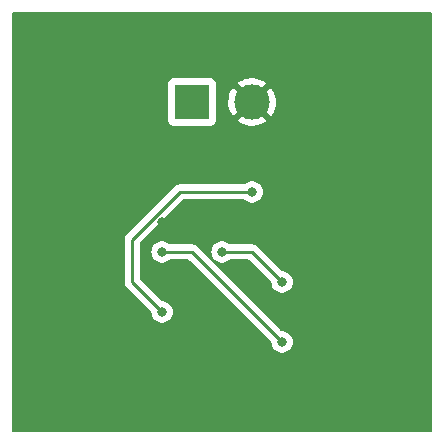
<source format=gbr>
%TF.GenerationSoftware,KiCad,Pcbnew,(6.0.10-0)*%
%TF.CreationDate,2023-02-17T15:36:54-08:00*%
%TF.ProjectId,555timer,35353574-696d-4657-922e-6b696361645f,rev?*%
%TF.SameCoordinates,Original*%
%TF.FileFunction,Copper,L2,Bot*%
%TF.FilePolarity,Positive*%
%FSLAX46Y46*%
G04 Gerber Fmt 4.6, Leading zero omitted, Abs format (unit mm)*
G04 Created by KiCad (PCBNEW (6.0.10-0)) date 2023-02-17 15:36:54*
%MOMM*%
%LPD*%
G01*
G04 APERTURE LIST*
%TA.AperFunction,ComponentPad*%
%ADD10R,3.000000X3.000000*%
%TD*%
%TA.AperFunction,ComponentPad*%
%ADD11C,3.000000*%
%TD*%
%TA.AperFunction,ViaPad*%
%ADD12C,0.800000*%
%TD*%
%TA.AperFunction,Conductor*%
%ADD13C,0.250000*%
%TD*%
G04 APERTURE END LIST*
D10*
%TO.P,J1,1,Pin_1*%
%TO.N,+9V*%
X134620000Y-76200000D03*
D11*
%TO.P,J1,2,Pin_2*%
%TO.N,GND*%
X139700000Y-76200000D03*
%TD*%
D12*
%TO.N,/pin_2*%
X139700000Y-83820000D03*
X132080000Y-93980000D03*
%TO.N,GND*%
X132080000Y-86360000D03*
X139700000Y-86360000D03*
%TO.N,+9V*%
X142240000Y-96520000D03*
X132080000Y-88900000D03*
%TO.N,/pin_3*%
X142240000Y-91440000D03*
X137160000Y-88900000D03*
%TD*%
D13*
%TO.N,/pin_2*%
X133594695Y-83820000D02*
X129540000Y-87874695D01*
X139700000Y-83820000D02*
X133594695Y-83820000D01*
X129540000Y-87874695D02*
X129540000Y-91440000D01*
X129540000Y-91440000D02*
X132080000Y-93980000D01*
%TO.N,GND*%
X132080000Y-86360000D02*
X139700000Y-86360000D01*
%TO.N,+9V*%
X142240000Y-96520000D02*
X134620000Y-88900000D01*
X134620000Y-88900000D02*
X132080000Y-88900000D01*
%TO.N,/pin_3*%
X139700000Y-88900000D02*
X137160000Y-88900000D01*
X142240000Y-91440000D02*
X139700000Y-88900000D01*
%TD*%
%TA.AperFunction,Conductor*%
%TO.N,GND*%
G36*
X154882121Y-68600002D02*
G01*
X154928614Y-68653658D01*
X154940000Y-68706000D01*
X154940000Y-104014000D01*
X154919998Y-104082121D01*
X154866342Y-104128614D01*
X154814000Y-104140000D01*
X119506000Y-104140000D01*
X119437879Y-104119998D01*
X119391386Y-104066342D01*
X119380000Y-104014000D01*
X119380000Y-87854638D01*
X128901780Y-87854638D01*
X128902526Y-87862530D01*
X128905941Y-87898656D01*
X128906500Y-87910514D01*
X128906500Y-91361233D01*
X128905973Y-91372416D01*
X128904298Y-91379909D01*
X128904547Y-91387835D01*
X128904547Y-91387836D01*
X128906438Y-91447986D01*
X128906500Y-91451945D01*
X128906500Y-91479856D01*
X128906997Y-91483790D01*
X128906997Y-91483791D01*
X128907005Y-91483856D01*
X128907938Y-91495693D01*
X128909327Y-91539889D01*
X128914978Y-91559339D01*
X128918987Y-91578700D01*
X128921526Y-91598797D01*
X128924445Y-91606168D01*
X128924445Y-91606170D01*
X128937804Y-91639912D01*
X128941649Y-91651142D01*
X128953982Y-91693593D01*
X128958015Y-91700412D01*
X128958017Y-91700417D01*
X128964293Y-91711028D01*
X128972988Y-91728776D01*
X128980448Y-91747617D01*
X128985110Y-91754033D01*
X128985110Y-91754034D01*
X129006436Y-91783387D01*
X129012952Y-91793307D01*
X129023745Y-91811556D01*
X129035458Y-91831362D01*
X129049779Y-91845683D01*
X129062619Y-91860716D01*
X129074528Y-91877107D01*
X129080634Y-91882158D01*
X129108605Y-91905298D01*
X129117384Y-91913288D01*
X131132878Y-93928782D01*
X131166904Y-93991094D01*
X131169092Y-94004703D01*
X131186458Y-94169928D01*
X131245473Y-94351556D01*
X131340960Y-94516944D01*
X131468747Y-94658866D01*
X131623248Y-94771118D01*
X131629276Y-94773802D01*
X131629278Y-94773803D01*
X131791681Y-94846109D01*
X131797712Y-94848794D01*
X131891113Y-94868647D01*
X131978056Y-94887128D01*
X131978061Y-94887128D01*
X131984513Y-94888500D01*
X132175487Y-94888500D01*
X132181939Y-94887128D01*
X132181944Y-94887128D01*
X132268888Y-94868647D01*
X132362288Y-94848794D01*
X132368319Y-94846109D01*
X132530722Y-94773803D01*
X132530724Y-94773802D01*
X132536752Y-94771118D01*
X132691253Y-94658866D01*
X132819040Y-94516944D01*
X132914527Y-94351556D01*
X132973542Y-94169928D01*
X132993504Y-93980000D01*
X132973542Y-93790072D01*
X132914527Y-93608444D01*
X132819040Y-93443056D01*
X132691253Y-93301134D01*
X132536752Y-93188882D01*
X132530724Y-93186198D01*
X132530722Y-93186197D01*
X132368319Y-93113891D01*
X132368318Y-93113891D01*
X132362288Y-93111206D01*
X132268887Y-93091353D01*
X132181944Y-93072872D01*
X132181939Y-93072872D01*
X132175487Y-93071500D01*
X132119595Y-93071500D01*
X132051474Y-93051498D01*
X132030500Y-93034595D01*
X130210405Y-91214500D01*
X130176379Y-91152188D01*
X130173500Y-91125405D01*
X130173500Y-88900000D01*
X131166496Y-88900000D01*
X131186458Y-89089928D01*
X131245473Y-89271556D01*
X131340960Y-89436944D01*
X131468747Y-89578866D01*
X131623248Y-89691118D01*
X131629276Y-89693802D01*
X131629278Y-89693803D01*
X131791681Y-89766109D01*
X131797712Y-89768794D01*
X131891112Y-89788647D01*
X131978056Y-89807128D01*
X131978061Y-89807128D01*
X131984513Y-89808500D01*
X132175487Y-89808500D01*
X132181939Y-89807128D01*
X132181944Y-89807128D01*
X132268887Y-89788647D01*
X132362288Y-89768794D01*
X132368319Y-89766109D01*
X132530722Y-89693803D01*
X132530724Y-89693802D01*
X132536752Y-89691118D01*
X132691253Y-89578866D01*
X132695668Y-89573963D01*
X132700580Y-89569540D01*
X132701705Y-89570789D01*
X132755014Y-89537949D01*
X132788200Y-89533500D01*
X134305406Y-89533500D01*
X134373527Y-89553502D01*
X134394501Y-89570405D01*
X141292878Y-96468782D01*
X141326904Y-96531094D01*
X141329092Y-96544703D01*
X141346458Y-96709928D01*
X141405473Y-96891556D01*
X141500960Y-97056944D01*
X141628747Y-97198866D01*
X141783248Y-97311118D01*
X141789276Y-97313802D01*
X141789278Y-97313803D01*
X141951681Y-97386109D01*
X141957712Y-97388794D01*
X142051112Y-97408647D01*
X142138056Y-97427128D01*
X142138061Y-97427128D01*
X142144513Y-97428500D01*
X142335487Y-97428500D01*
X142341939Y-97427128D01*
X142341944Y-97427128D01*
X142428888Y-97408647D01*
X142522288Y-97388794D01*
X142528319Y-97386109D01*
X142690722Y-97313803D01*
X142690724Y-97313802D01*
X142696752Y-97311118D01*
X142851253Y-97198866D01*
X142979040Y-97056944D01*
X143074527Y-96891556D01*
X143133542Y-96709928D01*
X143153504Y-96520000D01*
X143133542Y-96330072D01*
X143074527Y-96148444D01*
X142979040Y-95983056D01*
X142851253Y-95841134D01*
X142696752Y-95728882D01*
X142690724Y-95726198D01*
X142690722Y-95726197D01*
X142528319Y-95653891D01*
X142528318Y-95653891D01*
X142522288Y-95651206D01*
X142428888Y-95631353D01*
X142341944Y-95612872D01*
X142341939Y-95612872D01*
X142335487Y-95611500D01*
X142279595Y-95611500D01*
X142211474Y-95591498D01*
X142190500Y-95574595D01*
X136386363Y-89770458D01*
X136375398Y-89750377D01*
X136369494Y-89748765D01*
X136346489Y-89730584D01*
X135515905Y-88900000D01*
X136246496Y-88900000D01*
X136266458Y-89089928D01*
X136325473Y-89271556D01*
X136420960Y-89436944D01*
X136425378Y-89441851D01*
X136425379Y-89441852D01*
X136529220Y-89557179D01*
X136535734Y-89570751D01*
X136535843Y-89570775D01*
X136549519Y-89579427D01*
X136703248Y-89691118D01*
X136709276Y-89693802D01*
X136709278Y-89693803D01*
X136871681Y-89766109D01*
X136877712Y-89768794D01*
X136971112Y-89788647D01*
X137058056Y-89807128D01*
X137058061Y-89807128D01*
X137064513Y-89808500D01*
X137255487Y-89808500D01*
X137261939Y-89807128D01*
X137261944Y-89807128D01*
X137348887Y-89788647D01*
X137442288Y-89768794D01*
X137448319Y-89766109D01*
X137610722Y-89693803D01*
X137610724Y-89693802D01*
X137616752Y-89691118D01*
X137771253Y-89578866D01*
X137775668Y-89573963D01*
X137780580Y-89569540D01*
X137781705Y-89570789D01*
X137835014Y-89537949D01*
X137868200Y-89533500D01*
X139385406Y-89533500D01*
X139453527Y-89553502D01*
X139474501Y-89570405D01*
X141292878Y-91388782D01*
X141326904Y-91451094D01*
X141329092Y-91464703D01*
X141346458Y-91629928D01*
X141405473Y-91811556D01*
X141408776Y-91817278D01*
X141408777Y-91817279D01*
X141425176Y-91845683D01*
X141500960Y-91976944D01*
X141628747Y-92118866D01*
X141783248Y-92231118D01*
X141789276Y-92233802D01*
X141789278Y-92233803D01*
X141951681Y-92306109D01*
X141957712Y-92308794D01*
X142051112Y-92328647D01*
X142138056Y-92347128D01*
X142138061Y-92347128D01*
X142144513Y-92348500D01*
X142335487Y-92348500D01*
X142341939Y-92347128D01*
X142341944Y-92347128D01*
X142428888Y-92328647D01*
X142522288Y-92308794D01*
X142528319Y-92306109D01*
X142690722Y-92233803D01*
X142690724Y-92233802D01*
X142696752Y-92231118D01*
X142851253Y-92118866D01*
X142979040Y-91976944D01*
X143054824Y-91845683D01*
X143071223Y-91817279D01*
X143071224Y-91817278D01*
X143074527Y-91811556D01*
X143133542Y-91629928D01*
X143153504Y-91440000D01*
X143133542Y-91250072D01*
X143074527Y-91068444D01*
X142979040Y-90903056D01*
X142851253Y-90761134D01*
X142696752Y-90648882D01*
X142690724Y-90646198D01*
X142690722Y-90646197D01*
X142528319Y-90573891D01*
X142528318Y-90573891D01*
X142522288Y-90571206D01*
X142428887Y-90551353D01*
X142341944Y-90532872D01*
X142341939Y-90532872D01*
X142335487Y-90531500D01*
X142279595Y-90531500D01*
X142211474Y-90511498D01*
X142190500Y-90494595D01*
X140203652Y-88507747D01*
X140196112Y-88499461D01*
X140192000Y-88492982D01*
X140142348Y-88446356D01*
X140139507Y-88443602D01*
X140119770Y-88423865D01*
X140116573Y-88421385D01*
X140107551Y-88413680D01*
X140081100Y-88388841D01*
X140075321Y-88383414D01*
X140068375Y-88379595D01*
X140068372Y-88379593D01*
X140057566Y-88373652D01*
X140041047Y-88362801D01*
X140035048Y-88358148D01*
X140025041Y-88350386D01*
X140017772Y-88347241D01*
X140017768Y-88347238D01*
X139984463Y-88332826D01*
X139973813Y-88327609D01*
X139935060Y-88306305D01*
X139915437Y-88301267D01*
X139896734Y-88294863D01*
X139885420Y-88289967D01*
X139885419Y-88289967D01*
X139878145Y-88286819D01*
X139870322Y-88285580D01*
X139870312Y-88285577D01*
X139834476Y-88279901D01*
X139822856Y-88277495D01*
X139787711Y-88268472D01*
X139787710Y-88268472D01*
X139780030Y-88266500D01*
X139759776Y-88266500D01*
X139740065Y-88264949D01*
X139727886Y-88263020D01*
X139720057Y-88261780D01*
X139712165Y-88262526D01*
X139676039Y-88265941D01*
X139664181Y-88266500D01*
X137868200Y-88266500D01*
X137800079Y-88246498D01*
X137780853Y-88230157D01*
X137780580Y-88230460D01*
X137775668Y-88226037D01*
X137771253Y-88221134D01*
X137616752Y-88108882D01*
X137610724Y-88106198D01*
X137610722Y-88106197D01*
X137448319Y-88033891D01*
X137448318Y-88033891D01*
X137442288Y-88031206D01*
X137348887Y-88011353D01*
X137261944Y-87992872D01*
X137261939Y-87992872D01*
X137255487Y-87991500D01*
X137064513Y-87991500D01*
X137058061Y-87992872D01*
X137058056Y-87992872D01*
X136971112Y-88011353D01*
X136877712Y-88031206D01*
X136871682Y-88033891D01*
X136871681Y-88033891D01*
X136709278Y-88106197D01*
X136709276Y-88106198D01*
X136703248Y-88108882D01*
X136548747Y-88221134D01*
X136544326Y-88226044D01*
X136544325Y-88226045D01*
X136435203Y-88347238D01*
X136420960Y-88363056D01*
X136325473Y-88528444D01*
X136266458Y-88710072D01*
X136246496Y-88900000D01*
X135515905Y-88900000D01*
X135123652Y-88507747D01*
X135116112Y-88499461D01*
X135112000Y-88492982D01*
X135062348Y-88446356D01*
X135059507Y-88443602D01*
X135039770Y-88423865D01*
X135036573Y-88421385D01*
X135027551Y-88413680D01*
X135001100Y-88388841D01*
X134995321Y-88383414D01*
X134988375Y-88379595D01*
X134988372Y-88379593D01*
X134977566Y-88373652D01*
X134961047Y-88362801D01*
X134955048Y-88358148D01*
X134945041Y-88350386D01*
X134937772Y-88347241D01*
X134937768Y-88347238D01*
X134904463Y-88332826D01*
X134893813Y-88327609D01*
X134855060Y-88306305D01*
X134835437Y-88301267D01*
X134816734Y-88294863D01*
X134805420Y-88289967D01*
X134805419Y-88289967D01*
X134798145Y-88286819D01*
X134790322Y-88285580D01*
X134790312Y-88285577D01*
X134754476Y-88279901D01*
X134742856Y-88277495D01*
X134707711Y-88268472D01*
X134707710Y-88268472D01*
X134700030Y-88266500D01*
X134679776Y-88266500D01*
X134660065Y-88264949D01*
X134647886Y-88263020D01*
X134640057Y-88261780D01*
X134632165Y-88262526D01*
X134596039Y-88265941D01*
X134584181Y-88266500D01*
X132788200Y-88266500D01*
X132720079Y-88246498D01*
X132700853Y-88230157D01*
X132700580Y-88230460D01*
X132695668Y-88226037D01*
X132691253Y-88221134D01*
X132536752Y-88108882D01*
X132530724Y-88106198D01*
X132530722Y-88106197D01*
X132368319Y-88033891D01*
X132368318Y-88033891D01*
X132362288Y-88031206D01*
X132268887Y-88011353D01*
X132181944Y-87992872D01*
X132181939Y-87992872D01*
X132175487Y-87991500D01*
X131984513Y-87991500D01*
X131978061Y-87992872D01*
X131978056Y-87992872D01*
X131891112Y-88011353D01*
X131797712Y-88031206D01*
X131791682Y-88033891D01*
X131791681Y-88033891D01*
X131629278Y-88106197D01*
X131629276Y-88106198D01*
X131623248Y-88108882D01*
X131468747Y-88221134D01*
X131464326Y-88226044D01*
X131464325Y-88226045D01*
X131355203Y-88347238D01*
X131340960Y-88363056D01*
X131245473Y-88528444D01*
X131186458Y-88710072D01*
X131166496Y-88900000D01*
X130173500Y-88900000D01*
X130173500Y-88189289D01*
X130193502Y-88121168D01*
X130210405Y-88100194D01*
X133820194Y-84490405D01*
X133882506Y-84456379D01*
X133909289Y-84453500D01*
X138991800Y-84453500D01*
X139059921Y-84473502D01*
X139079147Y-84489843D01*
X139079420Y-84489540D01*
X139084332Y-84493963D01*
X139088747Y-84498866D01*
X139243248Y-84611118D01*
X139249276Y-84613802D01*
X139249278Y-84613803D01*
X139411681Y-84686109D01*
X139417712Y-84688794D01*
X139511113Y-84708647D01*
X139598056Y-84727128D01*
X139598061Y-84727128D01*
X139604513Y-84728500D01*
X139795487Y-84728500D01*
X139801939Y-84727128D01*
X139801944Y-84727128D01*
X139888887Y-84708647D01*
X139982288Y-84688794D01*
X139988319Y-84686109D01*
X140150722Y-84613803D01*
X140150724Y-84613802D01*
X140156752Y-84611118D01*
X140311253Y-84498866D01*
X140334091Y-84473502D01*
X140434621Y-84361852D01*
X140434622Y-84361851D01*
X140439040Y-84356944D01*
X140534527Y-84191556D01*
X140593542Y-84009928D01*
X140613504Y-83820000D01*
X140593542Y-83630072D01*
X140534527Y-83448444D01*
X140439040Y-83283056D01*
X140422881Y-83265109D01*
X140315675Y-83146045D01*
X140315674Y-83146044D01*
X140311253Y-83141134D01*
X140156752Y-83028882D01*
X140150724Y-83026198D01*
X140150722Y-83026197D01*
X139988319Y-82953891D01*
X139988318Y-82953891D01*
X139982288Y-82951206D01*
X139888888Y-82931353D01*
X139801944Y-82912872D01*
X139801939Y-82912872D01*
X139795487Y-82911500D01*
X139604513Y-82911500D01*
X139598061Y-82912872D01*
X139598056Y-82912872D01*
X139511112Y-82931353D01*
X139417712Y-82951206D01*
X139411682Y-82953891D01*
X139411681Y-82953891D01*
X139249278Y-83026197D01*
X139249276Y-83026198D01*
X139243248Y-83028882D01*
X139088747Y-83141134D01*
X139084332Y-83146037D01*
X139079420Y-83150460D01*
X139078295Y-83149211D01*
X139024986Y-83182051D01*
X138991800Y-83186500D01*
X133673463Y-83186500D01*
X133662280Y-83185973D01*
X133654787Y-83184298D01*
X133646861Y-83184547D01*
X133646860Y-83184547D01*
X133586697Y-83186438D01*
X133582739Y-83186500D01*
X133554839Y-83186500D01*
X133550849Y-83187004D01*
X133539015Y-83187936D01*
X133494806Y-83189326D01*
X133487190Y-83191539D01*
X133487188Y-83191539D01*
X133475347Y-83194979D01*
X133455988Y-83198988D01*
X133454678Y-83199154D01*
X133435898Y-83201526D01*
X133428532Y-83204442D01*
X133428526Y-83204444D01*
X133394793Y-83217800D01*
X133383563Y-83221645D01*
X133348712Y-83231770D01*
X133341102Y-83233981D01*
X133334279Y-83238016D01*
X133323661Y-83244295D01*
X133305908Y-83252992D01*
X133298263Y-83256019D01*
X133287078Y-83260448D01*
X133280663Y-83265109D01*
X133251307Y-83286437D01*
X133241390Y-83292951D01*
X133203333Y-83315458D01*
X133189012Y-83329779D01*
X133173979Y-83342619D01*
X133157588Y-83354528D01*
X133152537Y-83360634D01*
X133129397Y-83388605D01*
X133121407Y-83397384D01*
X129147747Y-87371043D01*
X129139461Y-87378583D01*
X129132982Y-87382695D01*
X129127557Y-87388472D01*
X129086357Y-87432346D01*
X129083602Y-87435188D01*
X129063865Y-87454925D01*
X129061385Y-87458122D01*
X129053682Y-87467142D01*
X129023414Y-87499374D01*
X129019595Y-87506320D01*
X129019593Y-87506323D01*
X129013652Y-87517129D01*
X129002801Y-87533648D01*
X128990386Y-87549654D01*
X128987241Y-87556923D01*
X128987238Y-87556927D01*
X128972826Y-87590232D01*
X128967609Y-87600882D01*
X128946305Y-87639635D01*
X128944334Y-87647310D01*
X128944334Y-87647311D01*
X128941267Y-87659257D01*
X128934863Y-87677961D01*
X128926819Y-87696550D01*
X128925580Y-87704373D01*
X128925577Y-87704383D01*
X128919901Y-87740219D01*
X128917495Y-87751839D01*
X128906500Y-87794665D01*
X128906500Y-87814919D01*
X128904949Y-87834629D01*
X128901780Y-87854638D01*
X119380000Y-87854638D01*
X119380000Y-77748134D01*
X132611500Y-77748134D01*
X132618255Y-77810316D01*
X132669385Y-77946705D01*
X132756739Y-78063261D01*
X132873295Y-78150615D01*
X133009684Y-78201745D01*
X133071866Y-78208500D01*
X136168134Y-78208500D01*
X136230316Y-78201745D01*
X136366705Y-78150615D01*
X136483261Y-78063261D01*
X136570615Y-77946705D01*
X136621745Y-77810316D01*
X136623990Y-77789654D01*
X138475618Y-77789654D01*
X138482673Y-77799627D01*
X138513679Y-77825551D01*
X138520598Y-77830579D01*
X138745272Y-77971515D01*
X138752807Y-77975556D01*
X138994520Y-78084694D01*
X139002551Y-78087680D01*
X139256832Y-78163002D01*
X139265184Y-78164869D01*
X139527340Y-78204984D01*
X139535874Y-78205700D01*
X139801045Y-78209867D01*
X139809596Y-78209418D01*
X140072883Y-78177557D01*
X140081284Y-78175955D01*
X140337824Y-78108653D01*
X140345926Y-78105926D01*
X140590949Y-78004434D01*
X140598617Y-78000628D01*
X140827598Y-77866822D01*
X140834679Y-77862009D01*
X140914655Y-77799301D01*
X140923125Y-77787442D01*
X140916608Y-77775818D01*
X139712812Y-76572022D01*
X139698868Y-76564408D01*
X139697035Y-76564539D01*
X139690420Y-76568790D01*
X138482910Y-77776300D01*
X138475618Y-77789654D01*
X136623990Y-77789654D01*
X136628500Y-77748134D01*
X136628500Y-76183204D01*
X137687665Y-76183204D01*
X137702932Y-76447969D01*
X137704005Y-76456470D01*
X137755065Y-76716722D01*
X137757276Y-76724974D01*
X137843184Y-76975894D01*
X137846499Y-76983779D01*
X137965664Y-77220713D01*
X137970020Y-77228079D01*
X138099347Y-77416250D01*
X138109601Y-77424594D01*
X138123342Y-77417448D01*
X139327978Y-76212812D01*
X139334356Y-76201132D01*
X140064408Y-76201132D01*
X140064539Y-76202965D01*
X140068790Y-76209580D01*
X141275730Y-77416520D01*
X141287939Y-77423187D01*
X141299439Y-77414497D01*
X141396831Y-77281913D01*
X141401418Y-77274685D01*
X141527962Y-77041621D01*
X141531530Y-77033827D01*
X141625271Y-76785750D01*
X141627748Y-76777544D01*
X141686954Y-76519038D01*
X141688294Y-76510577D01*
X141712031Y-76244616D01*
X141712277Y-76239677D01*
X141712666Y-76202485D01*
X141712523Y-76197519D01*
X141694362Y-75931123D01*
X141693201Y-75922649D01*
X141639419Y-75662944D01*
X141637120Y-75654709D01*
X141548588Y-75404705D01*
X141545191Y-75396854D01*
X141423550Y-75161178D01*
X141419122Y-75153866D01*
X141300031Y-74984417D01*
X141289509Y-74976037D01*
X141276121Y-74983089D01*
X140072022Y-76187188D01*
X140064408Y-76201132D01*
X139334356Y-76201132D01*
X139335592Y-76198868D01*
X139335461Y-76197035D01*
X139331210Y-76190420D01*
X138123814Y-74983024D01*
X138111804Y-74976466D01*
X138100064Y-74985434D01*
X137991935Y-75135911D01*
X137987418Y-75143196D01*
X137863325Y-75377567D01*
X137859839Y-75385395D01*
X137768700Y-75634446D01*
X137766311Y-75642670D01*
X137709812Y-75901795D01*
X137708563Y-75910250D01*
X137687754Y-76174653D01*
X137687665Y-76183204D01*
X136628500Y-76183204D01*
X136628500Y-74651866D01*
X136624224Y-74612500D01*
X138476584Y-74612500D01*
X138482980Y-74623770D01*
X139687188Y-75827978D01*
X139701132Y-75835592D01*
X139702965Y-75835461D01*
X139709580Y-75831210D01*
X140916604Y-74624186D01*
X140923795Y-74611017D01*
X140916473Y-74600780D01*
X140869233Y-74562115D01*
X140862261Y-74557160D01*
X140636122Y-74418582D01*
X140628552Y-74414624D01*
X140385704Y-74308022D01*
X140377644Y-74305120D01*
X140122592Y-74232467D01*
X140114214Y-74230685D01*
X139851656Y-74193318D01*
X139843111Y-74192691D01*
X139577908Y-74191302D01*
X139569374Y-74191839D01*
X139306433Y-74226456D01*
X139298035Y-74228149D01*
X139042238Y-74298127D01*
X139034143Y-74300946D01*
X138790199Y-74404997D01*
X138782577Y-74408881D01*
X138555013Y-74545075D01*
X138547981Y-74549962D01*
X138485053Y-74600377D01*
X138476584Y-74612500D01*
X136624224Y-74612500D01*
X136621745Y-74589684D01*
X136570615Y-74453295D01*
X136483261Y-74336739D01*
X136366705Y-74249385D01*
X136230316Y-74198255D01*
X136168134Y-74191500D01*
X133071866Y-74191500D01*
X133009684Y-74198255D01*
X132873295Y-74249385D01*
X132756739Y-74336739D01*
X132669385Y-74453295D01*
X132618255Y-74589684D01*
X132611500Y-74651866D01*
X132611500Y-77748134D01*
X119380000Y-77748134D01*
X119380000Y-68706000D01*
X119400002Y-68637879D01*
X119453658Y-68591386D01*
X119506000Y-68580000D01*
X154814000Y-68580000D01*
X154882121Y-68600002D01*
G37*
%TD.AperFunction*%
%TD*%
M02*

</source>
